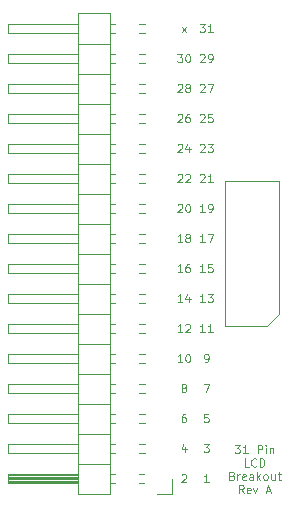
<source format=gbr>
%TF.GenerationSoftware,KiCad,Pcbnew,5.99.0-unknown-8eca23aabe~115~ubuntu20.04.1*%
%TF.CreationDate,2021-02-02T12:30:47+00:00*%
%TF.ProjectId,31pin_lcd_breakout,33317069-6e5f-46c6-9364-5f627265616b,rev?*%
%TF.SameCoordinates,Original*%
%TF.FileFunction,Legend,Top*%
%TF.FilePolarity,Positive*%
%FSLAX46Y46*%
G04 Gerber Fmt 4.6, Leading zero omitted, Abs format (unit mm)*
G04 Created by KiCad (PCBNEW 5.99.0-unknown-8eca23aabe~115~ubuntu20.04.1) date 2021-02-02 12:30:47*
%MOMM*%
%LPD*%
G01*
G04 APERTURE LIST*
%ADD10C,0.120000*%
G04 APERTURE END LIST*
D10*
X148691666Y-64453333D02*
X148725000Y-64420000D01*
X148791666Y-64386666D01*
X148958333Y-64386666D01*
X149025000Y-64420000D01*
X149058333Y-64453333D01*
X149091666Y-64520000D01*
X149091666Y-64586666D01*
X149058333Y-64686666D01*
X148658333Y-65086666D01*
X149091666Y-65086666D01*
X149691666Y-64386666D02*
X149558333Y-64386666D01*
X149491666Y-64420000D01*
X149458333Y-64453333D01*
X149391666Y-64553333D01*
X149358333Y-64686666D01*
X149358333Y-64953333D01*
X149391666Y-65020000D01*
X149425000Y-65053333D01*
X149491666Y-65086666D01*
X149625000Y-65086666D01*
X149691666Y-65053333D01*
X149725000Y-65020000D01*
X149758333Y-64953333D01*
X149758333Y-64786666D01*
X149725000Y-64720000D01*
X149691666Y-64686666D01*
X149625000Y-64653333D01*
X149491666Y-64653333D01*
X149425000Y-64686666D01*
X149391666Y-64720000D01*
X149358333Y-64786666D01*
X149025000Y-94933333D02*
X149058333Y-94900000D01*
X149125000Y-94866666D01*
X149291666Y-94866666D01*
X149358333Y-94900000D01*
X149391666Y-94933333D01*
X149425000Y-95000000D01*
X149425000Y-95066666D01*
X149391666Y-95166666D01*
X148991666Y-95566666D01*
X149425000Y-95566666D01*
X149358333Y-92560000D02*
X149358333Y-93026666D01*
X149191666Y-92293333D02*
X149025000Y-92793333D01*
X149458333Y-92793333D01*
X149091666Y-85406666D02*
X148691666Y-85406666D01*
X148891666Y-85406666D02*
X148891666Y-84706666D01*
X148825000Y-84806666D01*
X148758333Y-84873333D01*
X148691666Y-84906666D01*
X149525000Y-84706666D02*
X149591666Y-84706666D01*
X149658333Y-84740000D01*
X149691666Y-84773333D01*
X149725000Y-84840000D01*
X149758333Y-84973333D01*
X149758333Y-85140000D01*
X149725000Y-85273333D01*
X149691666Y-85340000D01*
X149658333Y-85373333D01*
X149591666Y-85406666D01*
X149525000Y-85406666D01*
X149458333Y-85373333D01*
X149425000Y-85340000D01*
X149391666Y-85273333D01*
X149358333Y-85140000D01*
X149358333Y-84973333D01*
X149391666Y-84840000D01*
X149425000Y-84773333D01*
X149458333Y-84740000D01*
X149525000Y-84706666D01*
X148691666Y-66993333D02*
X148725000Y-66960000D01*
X148791666Y-66926666D01*
X148958333Y-66926666D01*
X149025000Y-66960000D01*
X149058333Y-66993333D01*
X149091666Y-67060000D01*
X149091666Y-67126666D01*
X149058333Y-67226666D01*
X148658333Y-67626666D01*
X149091666Y-67626666D01*
X149691666Y-67160000D02*
X149691666Y-67626666D01*
X149525000Y-66893333D02*
X149358333Y-67393333D01*
X149791666Y-67393333D01*
X150596666Y-59373333D02*
X150630000Y-59340000D01*
X150696666Y-59306666D01*
X150863333Y-59306666D01*
X150930000Y-59340000D01*
X150963333Y-59373333D01*
X150996666Y-59440000D01*
X150996666Y-59506666D01*
X150963333Y-59606666D01*
X150563333Y-60006666D01*
X150996666Y-60006666D01*
X151330000Y-60006666D02*
X151463333Y-60006666D01*
X151530000Y-59973333D01*
X151563333Y-59940000D01*
X151630000Y-59840000D01*
X151663333Y-59706666D01*
X151663333Y-59440000D01*
X151630000Y-59373333D01*
X151596666Y-59340000D01*
X151530000Y-59306666D01*
X151396666Y-59306666D01*
X151330000Y-59340000D01*
X151296666Y-59373333D01*
X151263333Y-59440000D01*
X151263333Y-59606666D01*
X151296666Y-59673333D01*
X151330000Y-59706666D01*
X151396666Y-59740000D01*
X151530000Y-59740000D01*
X151596666Y-59706666D01*
X151630000Y-59673333D01*
X151663333Y-59606666D01*
X149158333Y-87546666D02*
X149091666Y-87513333D01*
X149058333Y-87480000D01*
X149025000Y-87413333D01*
X149025000Y-87380000D01*
X149058333Y-87313333D01*
X149091666Y-87280000D01*
X149158333Y-87246666D01*
X149291666Y-87246666D01*
X149358333Y-87280000D01*
X149391666Y-87313333D01*
X149425000Y-87380000D01*
X149425000Y-87413333D01*
X149391666Y-87480000D01*
X149358333Y-87513333D01*
X149291666Y-87546666D01*
X149158333Y-87546666D01*
X149091666Y-87580000D01*
X149058333Y-87613333D01*
X149025000Y-87680000D01*
X149025000Y-87813333D01*
X149058333Y-87880000D01*
X149091666Y-87913333D01*
X149158333Y-87946666D01*
X149291666Y-87946666D01*
X149358333Y-87913333D01*
X149391666Y-87880000D01*
X149425000Y-87813333D01*
X149425000Y-87680000D01*
X149391666Y-87613333D01*
X149358333Y-87580000D01*
X149291666Y-87546666D01*
X149358333Y-89786666D02*
X149225000Y-89786666D01*
X149158333Y-89820000D01*
X149125000Y-89853333D01*
X149058333Y-89953333D01*
X149025000Y-90086666D01*
X149025000Y-90353333D01*
X149058333Y-90420000D01*
X149091666Y-90453333D01*
X149158333Y-90486666D01*
X149291666Y-90486666D01*
X149358333Y-90453333D01*
X149391666Y-90420000D01*
X149425000Y-90353333D01*
X149425000Y-90186666D01*
X149391666Y-90120000D01*
X149358333Y-90086666D01*
X149291666Y-90053333D01*
X149158333Y-90053333D01*
X149091666Y-90086666D01*
X149058333Y-90120000D01*
X149025000Y-90186666D01*
X150996666Y-82866666D02*
X150596666Y-82866666D01*
X150796666Y-82866666D02*
X150796666Y-82166666D01*
X150730000Y-82266666D01*
X150663333Y-82333333D01*
X150596666Y-82366666D01*
X151663333Y-82866666D02*
X151263333Y-82866666D01*
X151463333Y-82866666D02*
X151463333Y-82166666D01*
X151396666Y-82266666D01*
X151330000Y-82333333D01*
X151263333Y-82366666D01*
X149091666Y-77786666D02*
X148691666Y-77786666D01*
X148891666Y-77786666D02*
X148891666Y-77086666D01*
X148825000Y-77186666D01*
X148758333Y-77253333D01*
X148691666Y-77286666D01*
X149691666Y-77086666D02*
X149558333Y-77086666D01*
X149491666Y-77120000D01*
X149458333Y-77153333D01*
X149391666Y-77253333D01*
X149358333Y-77386666D01*
X149358333Y-77653333D01*
X149391666Y-77720000D01*
X149425000Y-77753333D01*
X149491666Y-77786666D01*
X149625000Y-77786666D01*
X149691666Y-77753333D01*
X149725000Y-77720000D01*
X149758333Y-77653333D01*
X149758333Y-77486666D01*
X149725000Y-77420000D01*
X149691666Y-77386666D01*
X149625000Y-77353333D01*
X149491666Y-77353333D01*
X149425000Y-77386666D01*
X149391666Y-77420000D01*
X149358333Y-77486666D01*
X149091666Y-80326666D02*
X148691666Y-80326666D01*
X148891666Y-80326666D02*
X148891666Y-79626666D01*
X148825000Y-79726666D01*
X148758333Y-79793333D01*
X148691666Y-79826666D01*
X149691666Y-79860000D02*
X149691666Y-80326666D01*
X149525000Y-79593333D02*
X149358333Y-80093333D01*
X149791666Y-80093333D01*
X148691666Y-69533333D02*
X148725000Y-69500000D01*
X148791666Y-69466666D01*
X148958333Y-69466666D01*
X149025000Y-69500000D01*
X149058333Y-69533333D01*
X149091666Y-69600000D01*
X149091666Y-69666666D01*
X149058333Y-69766666D01*
X148658333Y-70166666D01*
X149091666Y-70166666D01*
X149358333Y-69533333D02*
X149391666Y-69500000D01*
X149458333Y-69466666D01*
X149625000Y-69466666D01*
X149691666Y-69500000D01*
X149725000Y-69533333D01*
X149758333Y-69600000D01*
X149758333Y-69666666D01*
X149725000Y-69766666D01*
X149325000Y-70166666D01*
X149758333Y-70166666D01*
X150996666Y-80326666D02*
X150596666Y-80326666D01*
X150796666Y-80326666D02*
X150796666Y-79626666D01*
X150730000Y-79726666D01*
X150663333Y-79793333D01*
X150596666Y-79826666D01*
X151230000Y-79626666D02*
X151663333Y-79626666D01*
X151430000Y-79893333D01*
X151530000Y-79893333D01*
X151596666Y-79926666D01*
X151630000Y-79960000D01*
X151663333Y-80026666D01*
X151663333Y-80193333D01*
X151630000Y-80260000D01*
X151596666Y-80293333D01*
X151530000Y-80326666D01*
X151330000Y-80326666D01*
X151263333Y-80293333D01*
X151230000Y-80260000D01*
X148691666Y-72073333D02*
X148725000Y-72040000D01*
X148791666Y-72006666D01*
X148958333Y-72006666D01*
X149025000Y-72040000D01*
X149058333Y-72073333D01*
X149091666Y-72140000D01*
X149091666Y-72206666D01*
X149058333Y-72306666D01*
X148658333Y-72706666D01*
X149091666Y-72706666D01*
X149525000Y-72006666D02*
X149591666Y-72006666D01*
X149658333Y-72040000D01*
X149691666Y-72073333D01*
X149725000Y-72140000D01*
X149758333Y-72273333D01*
X149758333Y-72440000D01*
X149725000Y-72573333D01*
X149691666Y-72640000D01*
X149658333Y-72673333D01*
X149591666Y-72706666D01*
X149525000Y-72706666D01*
X149458333Y-72673333D01*
X149425000Y-72640000D01*
X149391666Y-72573333D01*
X149358333Y-72440000D01*
X149358333Y-72273333D01*
X149391666Y-72140000D01*
X149425000Y-72073333D01*
X149458333Y-72040000D01*
X149525000Y-72006666D01*
X150996666Y-85406666D02*
X151130000Y-85406666D01*
X151196666Y-85373333D01*
X151230000Y-85340000D01*
X151296666Y-85240000D01*
X151330000Y-85106666D01*
X151330000Y-84840000D01*
X151296666Y-84773333D01*
X151263333Y-84740000D01*
X151196666Y-84706666D01*
X151063333Y-84706666D01*
X150996666Y-84740000D01*
X150963333Y-84773333D01*
X150930000Y-84840000D01*
X150930000Y-85006666D01*
X150963333Y-85073333D01*
X150996666Y-85106666D01*
X151063333Y-85140000D01*
X151196666Y-85140000D01*
X151263333Y-85106666D01*
X151296666Y-85073333D01*
X151330000Y-85006666D01*
X150596666Y-61913333D02*
X150630000Y-61880000D01*
X150696666Y-61846666D01*
X150863333Y-61846666D01*
X150930000Y-61880000D01*
X150963333Y-61913333D01*
X150996666Y-61980000D01*
X150996666Y-62046666D01*
X150963333Y-62146666D01*
X150563333Y-62546666D01*
X150996666Y-62546666D01*
X151230000Y-61846666D02*
X151696666Y-61846666D01*
X151396666Y-62546666D01*
X150996666Y-77786666D02*
X150596666Y-77786666D01*
X150796666Y-77786666D02*
X150796666Y-77086666D01*
X150730000Y-77186666D01*
X150663333Y-77253333D01*
X150596666Y-77286666D01*
X151630000Y-77086666D02*
X151296666Y-77086666D01*
X151263333Y-77420000D01*
X151296666Y-77386666D01*
X151363333Y-77353333D01*
X151530000Y-77353333D01*
X151596666Y-77386666D01*
X151630000Y-77420000D01*
X151663333Y-77486666D01*
X151663333Y-77653333D01*
X151630000Y-77720000D01*
X151596666Y-77753333D01*
X151530000Y-77786666D01*
X151363333Y-77786666D01*
X151296666Y-77753333D01*
X151263333Y-77720000D01*
X150596666Y-64453333D02*
X150630000Y-64420000D01*
X150696666Y-64386666D01*
X150863333Y-64386666D01*
X150930000Y-64420000D01*
X150963333Y-64453333D01*
X150996666Y-64520000D01*
X150996666Y-64586666D01*
X150963333Y-64686666D01*
X150563333Y-65086666D01*
X150996666Y-65086666D01*
X151630000Y-64386666D02*
X151296666Y-64386666D01*
X151263333Y-64720000D01*
X151296666Y-64686666D01*
X151363333Y-64653333D01*
X151530000Y-64653333D01*
X151596666Y-64686666D01*
X151630000Y-64720000D01*
X151663333Y-64786666D01*
X151663333Y-64953333D01*
X151630000Y-65020000D01*
X151596666Y-65053333D01*
X151530000Y-65086666D01*
X151363333Y-65086666D01*
X151296666Y-65053333D01*
X151263333Y-65020000D01*
X150896666Y-92326666D02*
X151330000Y-92326666D01*
X151096666Y-92593333D01*
X151196666Y-92593333D01*
X151263333Y-92626666D01*
X151296666Y-92660000D01*
X151330000Y-92726666D01*
X151330000Y-92893333D01*
X151296666Y-92960000D01*
X151263333Y-92993333D01*
X151196666Y-93026666D01*
X150996666Y-93026666D01*
X150930000Y-92993333D01*
X150896666Y-92960000D01*
X150996666Y-75246666D02*
X150596666Y-75246666D01*
X150796666Y-75246666D02*
X150796666Y-74546666D01*
X150730000Y-74646666D01*
X150663333Y-74713333D01*
X150596666Y-74746666D01*
X151230000Y-74546666D02*
X151696666Y-74546666D01*
X151396666Y-75246666D01*
X150563333Y-56766666D02*
X150996666Y-56766666D01*
X150763333Y-57033333D01*
X150863333Y-57033333D01*
X150930000Y-57066666D01*
X150963333Y-57100000D01*
X150996666Y-57166666D01*
X150996666Y-57333333D01*
X150963333Y-57400000D01*
X150930000Y-57433333D01*
X150863333Y-57466666D01*
X150663333Y-57466666D01*
X150596666Y-57433333D01*
X150563333Y-57400000D01*
X151663333Y-57466666D02*
X151263333Y-57466666D01*
X151463333Y-57466666D02*
X151463333Y-56766666D01*
X151396666Y-56866666D01*
X151330000Y-56933333D01*
X151263333Y-56966666D01*
X150896666Y-87246666D02*
X151363333Y-87246666D01*
X151063333Y-87946666D01*
X148691666Y-61913333D02*
X148725000Y-61880000D01*
X148791666Y-61846666D01*
X148958333Y-61846666D01*
X149025000Y-61880000D01*
X149058333Y-61913333D01*
X149091666Y-61980000D01*
X149091666Y-62046666D01*
X149058333Y-62146666D01*
X148658333Y-62546666D01*
X149091666Y-62546666D01*
X149491666Y-62146666D02*
X149425000Y-62113333D01*
X149391666Y-62080000D01*
X149358333Y-62013333D01*
X149358333Y-61980000D01*
X149391666Y-61913333D01*
X149425000Y-61880000D01*
X149491666Y-61846666D01*
X149625000Y-61846666D01*
X149691666Y-61880000D01*
X149725000Y-61913333D01*
X149758333Y-61980000D01*
X149758333Y-62013333D01*
X149725000Y-62080000D01*
X149691666Y-62113333D01*
X149625000Y-62146666D01*
X149491666Y-62146666D01*
X149425000Y-62180000D01*
X149391666Y-62213333D01*
X149358333Y-62280000D01*
X149358333Y-62413333D01*
X149391666Y-62480000D01*
X149425000Y-62513333D01*
X149491666Y-62546666D01*
X149625000Y-62546666D01*
X149691666Y-62513333D01*
X149725000Y-62480000D01*
X149758333Y-62413333D01*
X149758333Y-62280000D01*
X149725000Y-62213333D01*
X149691666Y-62180000D01*
X149625000Y-62146666D01*
X151330000Y-95566666D02*
X150930000Y-95566666D01*
X151130000Y-95566666D02*
X151130000Y-94866666D01*
X151063333Y-94966666D01*
X150996666Y-95033333D01*
X150930000Y-95066666D01*
X151296666Y-89786666D02*
X150963333Y-89786666D01*
X150930000Y-90120000D01*
X150963333Y-90086666D01*
X151030000Y-90053333D01*
X151196666Y-90053333D01*
X151263333Y-90086666D01*
X151296666Y-90120000D01*
X151330000Y-90186666D01*
X151330000Y-90353333D01*
X151296666Y-90420000D01*
X151263333Y-90453333D01*
X151196666Y-90486666D01*
X151030000Y-90486666D01*
X150963333Y-90453333D01*
X150930000Y-90420000D01*
X149091666Y-75246666D02*
X148691666Y-75246666D01*
X148891666Y-75246666D02*
X148891666Y-74546666D01*
X148825000Y-74646666D01*
X148758333Y-74713333D01*
X148691666Y-74746666D01*
X149491666Y-74846666D02*
X149425000Y-74813333D01*
X149391666Y-74780000D01*
X149358333Y-74713333D01*
X149358333Y-74680000D01*
X149391666Y-74613333D01*
X149425000Y-74580000D01*
X149491666Y-74546666D01*
X149625000Y-74546666D01*
X149691666Y-74580000D01*
X149725000Y-74613333D01*
X149758333Y-74680000D01*
X149758333Y-74713333D01*
X149725000Y-74780000D01*
X149691666Y-74813333D01*
X149625000Y-74846666D01*
X149491666Y-74846666D01*
X149425000Y-74880000D01*
X149391666Y-74913333D01*
X149358333Y-74980000D01*
X149358333Y-75113333D01*
X149391666Y-75180000D01*
X149425000Y-75213333D01*
X149491666Y-75246666D01*
X149625000Y-75246666D01*
X149691666Y-75213333D01*
X149725000Y-75180000D01*
X149758333Y-75113333D01*
X149758333Y-74980000D01*
X149725000Y-74913333D01*
X149691666Y-74880000D01*
X149625000Y-74846666D01*
X150596666Y-66993333D02*
X150630000Y-66960000D01*
X150696666Y-66926666D01*
X150863333Y-66926666D01*
X150930000Y-66960000D01*
X150963333Y-66993333D01*
X150996666Y-67060000D01*
X150996666Y-67126666D01*
X150963333Y-67226666D01*
X150563333Y-67626666D01*
X150996666Y-67626666D01*
X151230000Y-66926666D02*
X151663333Y-66926666D01*
X151430000Y-67193333D01*
X151530000Y-67193333D01*
X151596666Y-67226666D01*
X151630000Y-67260000D01*
X151663333Y-67326666D01*
X151663333Y-67493333D01*
X151630000Y-67560000D01*
X151596666Y-67593333D01*
X151530000Y-67626666D01*
X151330000Y-67626666D01*
X151263333Y-67593333D01*
X151230000Y-67560000D01*
X149091666Y-82866666D02*
X148691666Y-82866666D01*
X148891666Y-82866666D02*
X148891666Y-82166666D01*
X148825000Y-82266666D01*
X148758333Y-82333333D01*
X148691666Y-82366666D01*
X149358333Y-82233333D02*
X149391666Y-82200000D01*
X149458333Y-82166666D01*
X149625000Y-82166666D01*
X149691666Y-82200000D01*
X149725000Y-82233333D01*
X149758333Y-82300000D01*
X149758333Y-82366666D01*
X149725000Y-82466666D01*
X149325000Y-82866666D01*
X149758333Y-82866666D01*
X153527333Y-92414166D02*
X153960666Y-92414166D01*
X153727333Y-92680833D01*
X153827333Y-92680833D01*
X153894000Y-92714166D01*
X153927333Y-92747500D01*
X153960666Y-92814166D01*
X153960666Y-92980833D01*
X153927333Y-93047500D01*
X153894000Y-93080833D01*
X153827333Y-93114166D01*
X153627333Y-93114166D01*
X153560666Y-93080833D01*
X153527333Y-93047500D01*
X154627333Y-93114166D02*
X154227333Y-93114166D01*
X154427333Y-93114166D02*
X154427333Y-92414166D01*
X154360666Y-92514166D01*
X154294000Y-92580833D01*
X154227333Y-92614166D01*
X155460666Y-93114166D02*
X155460666Y-92414166D01*
X155727333Y-92414166D01*
X155794000Y-92447500D01*
X155827333Y-92480833D01*
X155860666Y-92547500D01*
X155860666Y-92647500D01*
X155827333Y-92714166D01*
X155794000Y-92747500D01*
X155727333Y-92780833D01*
X155460666Y-92780833D01*
X156160666Y-93114166D02*
X156160666Y-92647500D01*
X156160666Y-92414166D02*
X156127333Y-92447500D01*
X156160666Y-92480833D01*
X156194000Y-92447500D01*
X156160666Y-92414166D01*
X156160666Y-92480833D01*
X156494000Y-92647500D02*
X156494000Y-93114166D01*
X156494000Y-92714166D02*
X156527333Y-92680833D01*
X156594000Y-92647500D01*
X156694000Y-92647500D01*
X156760666Y-92680833D01*
X156794000Y-92747500D01*
X156794000Y-93114166D01*
X154710666Y-94241166D02*
X154377333Y-94241166D01*
X154377333Y-93541166D01*
X155344000Y-94174500D02*
X155310666Y-94207833D01*
X155210666Y-94241166D01*
X155144000Y-94241166D01*
X155044000Y-94207833D01*
X154977333Y-94141166D01*
X154944000Y-94074500D01*
X154910666Y-93941166D01*
X154910666Y-93841166D01*
X154944000Y-93707833D01*
X154977333Y-93641166D01*
X155044000Y-93574500D01*
X155144000Y-93541166D01*
X155210666Y-93541166D01*
X155310666Y-93574500D01*
X155344000Y-93607833D01*
X155644000Y-94241166D02*
X155644000Y-93541166D01*
X155810666Y-93541166D01*
X155910666Y-93574500D01*
X155977333Y-93641166D01*
X156010666Y-93707833D01*
X156044000Y-93841166D01*
X156044000Y-93941166D01*
X156010666Y-94074500D01*
X155977333Y-94141166D01*
X155910666Y-94207833D01*
X155810666Y-94241166D01*
X155644000Y-94241166D01*
X153294000Y-95001500D02*
X153394000Y-95034833D01*
X153427333Y-95068166D01*
X153460666Y-95134833D01*
X153460666Y-95234833D01*
X153427333Y-95301500D01*
X153394000Y-95334833D01*
X153327333Y-95368166D01*
X153060666Y-95368166D01*
X153060666Y-94668166D01*
X153294000Y-94668166D01*
X153360666Y-94701500D01*
X153394000Y-94734833D01*
X153427333Y-94801500D01*
X153427333Y-94868166D01*
X153394000Y-94934833D01*
X153360666Y-94968166D01*
X153294000Y-95001500D01*
X153060666Y-95001500D01*
X153760666Y-95368166D02*
X153760666Y-94901500D01*
X153760666Y-95034833D02*
X153794000Y-94968166D01*
X153827333Y-94934833D01*
X153894000Y-94901500D01*
X153960666Y-94901500D01*
X154460666Y-95334833D02*
X154394000Y-95368166D01*
X154260666Y-95368166D01*
X154194000Y-95334833D01*
X154160666Y-95268166D01*
X154160666Y-95001500D01*
X154194000Y-94934833D01*
X154260666Y-94901500D01*
X154394000Y-94901500D01*
X154460666Y-94934833D01*
X154494000Y-95001500D01*
X154494000Y-95068166D01*
X154160666Y-95134833D01*
X155094000Y-95368166D02*
X155094000Y-95001500D01*
X155060666Y-94934833D01*
X154994000Y-94901500D01*
X154860666Y-94901500D01*
X154794000Y-94934833D01*
X155094000Y-95334833D02*
X155027333Y-95368166D01*
X154860666Y-95368166D01*
X154794000Y-95334833D01*
X154760666Y-95268166D01*
X154760666Y-95201500D01*
X154794000Y-95134833D01*
X154860666Y-95101500D01*
X155027333Y-95101500D01*
X155094000Y-95068166D01*
X155427333Y-95368166D02*
X155427333Y-94668166D01*
X155494000Y-95101500D02*
X155694000Y-95368166D01*
X155694000Y-94901500D02*
X155427333Y-95168166D01*
X156094000Y-95368166D02*
X156027333Y-95334833D01*
X155994000Y-95301500D01*
X155960666Y-95234833D01*
X155960666Y-95034833D01*
X155994000Y-94968166D01*
X156027333Y-94934833D01*
X156094000Y-94901500D01*
X156194000Y-94901500D01*
X156260666Y-94934833D01*
X156294000Y-94968166D01*
X156327333Y-95034833D01*
X156327333Y-95234833D01*
X156294000Y-95301500D01*
X156260666Y-95334833D01*
X156194000Y-95368166D01*
X156094000Y-95368166D01*
X156927333Y-94901500D02*
X156927333Y-95368166D01*
X156627333Y-94901500D02*
X156627333Y-95268166D01*
X156660666Y-95334833D01*
X156727333Y-95368166D01*
X156827333Y-95368166D01*
X156894000Y-95334833D01*
X156927333Y-95301500D01*
X157160666Y-94901500D02*
X157427333Y-94901500D01*
X157260666Y-94668166D02*
X157260666Y-95268166D01*
X157294000Y-95334833D01*
X157360666Y-95368166D01*
X157427333Y-95368166D01*
X154277333Y-96495166D02*
X154044000Y-96161833D01*
X153877333Y-96495166D02*
X153877333Y-95795166D01*
X154144000Y-95795166D01*
X154210666Y-95828500D01*
X154244000Y-95861833D01*
X154277333Y-95928500D01*
X154277333Y-96028500D01*
X154244000Y-96095166D01*
X154210666Y-96128500D01*
X154144000Y-96161833D01*
X153877333Y-96161833D01*
X154844000Y-96461833D02*
X154777333Y-96495166D01*
X154644000Y-96495166D01*
X154577333Y-96461833D01*
X154544000Y-96395166D01*
X154544000Y-96128500D01*
X154577333Y-96061833D01*
X154644000Y-96028500D01*
X154777333Y-96028500D01*
X154844000Y-96061833D01*
X154877333Y-96128500D01*
X154877333Y-96195166D01*
X154544000Y-96261833D01*
X155110666Y-96028500D02*
X155277333Y-96495166D01*
X155444000Y-96028500D01*
X156210666Y-96295166D02*
X156544000Y-96295166D01*
X156144000Y-96495166D02*
X156377333Y-95795166D01*
X156610666Y-96495166D01*
X149041666Y-57466666D02*
X149408333Y-57000000D01*
X149041666Y-57000000D02*
X149408333Y-57466666D01*
X150596666Y-69533333D02*
X150630000Y-69500000D01*
X150696666Y-69466666D01*
X150863333Y-69466666D01*
X150930000Y-69500000D01*
X150963333Y-69533333D01*
X150996666Y-69600000D01*
X150996666Y-69666666D01*
X150963333Y-69766666D01*
X150563333Y-70166666D01*
X150996666Y-70166666D01*
X151663333Y-70166666D02*
X151263333Y-70166666D01*
X151463333Y-70166666D02*
X151463333Y-69466666D01*
X151396666Y-69566666D01*
X151330000Y-69633333D01*
X151263333Y-69666666D01*
X148658333Y-59306666D02*
X149091666Y-59306666D01*
X148858333Y-59573333D01*
X148958333Y-59573333D01*
X149025000Y-59606666D01*
X149058333Y-59640000D01*
X149091666Y-59706666D01*
X149091666Y-59873333D01*
X149058333Y-59940000D01*
X149025000Y-59973333D01*
X148958333Y-60006666D01*
X148758333Y-60006666D01*
X148691666Y-59973333D01*
X148658333Y-59940000D01*
X149525000Y-59306666D02*
X149591666Y-59306666D01*
X149658333Y-59340000D01*
X149691666Y-59373333D01*
X149725000Y-59440000D01*
X149758333Y-59573333D01*
X149758333Y-59740000D01*
X149725000Y-59873333D01*
X149691666Y-59940000D01*
X149658333Y-59973333D01*
X149591666Y-60006666D01*
X149525000Y-60006666D01*
X149458333Y-59973333D01*
X149425000Y-59940000D01*
X149391666Y-59873333D01*
X149358333Y-59740000D01*
X149358333Y-59573333D01*
X149391666Y-59440000D01*
X149425000Y-59373333D01*
X149458333Y-59340000D01*
X149525000Y-59306666D01*
X150996666Y-72706666D02*
X150596666Y-72706666D01*
X150796666Y-72706666D02*
X150796666Y-72006666D01*
X150730000Y-72106666D01*
X150663333Y-72173333D01*
X150596666Y-72206666D01*
X151330000Y-72706666D02*
X151463333Y-72706666D01*
X151530000Y-72673333D01*
X151563333Y-72640000D01*
X151630000Y-72540000D01*
X151663333Y-72406666D01*
X151663333Y-72140000D01*
X151630000Y-72073333D01*
X151596666Y-72040000D01*
X151530000Y-72006666D01*
X151396666Y-72006666D01*
X151330000Y-72040000D01*
X151296666Y-72073333D01*
X151263333Y-72140000D01*
X151263333Y-72306666D01*
X151296666Y-72373333D01*
X151330000Y-72406666D01*
X151396666Y-72440000D01*
X151530000Y-72440000D01*
X151596666Y-72406666D01*
X151630000Y-72373333D01*
X151663333Y-72306666D01*
%TO.C,J1*%
X143356071Y-72770000D02*
X142959000Y-72770000D01*
X145829000Y-94870000D02*
X145441929Y-94870000D01*
X145896071Y-61850000D02*
X145441929Y-61850000D01*
X140299000Y-65150000D02*
X134299000Y-65150000D01*
X145896071Y-72770000D02*
X145441929Y-72770000D01*
X143356071Y-67690000D02*
X142959000Y-67690000D01*
X143356071Y-72010000D02*
X142959000Y-72010000D01*
X143356071Y-88010000D02*
X142959000Y-88010000D01*
X145896071Y-66930000D02*
X145441929Y-66930000D01*
X134299000Y-88010000D02*
X134299000Y-87250000D01*
X145896071Y-62610000D02*
X145441929Y-62610000D01*
X140299000Y-72770000D02*
X134299000Y-72770000D01*
X143356071Y-82930000D02*
X142959000Y-82930000D01*
X143356071Y-69470000D02*
X142959000Y-69470000D01*
X140299000Y-67690000D02*
X134299000Y-67690000D01*
X134299000Y-93090000D02*
X134299000Y-92330000D01*
X140299000Y-94970000D02*
X134299000Y-94970000D01*
X145896071Y-59310000D02*
X145441929Y-59310000D01*
X140299000Y-55820000D02*
X140299000Y-96580000D01*
X134299000Y-59310000D02*
X140299000Y-59310000D01*
X142959000Y-81280000D02*
X140299000Y-81280000D01*
X134299000Y-66930000D02*
X140299000Y-66930000D01*
X143356071Y-92330000D02*
X142959000Y-92330000D01*
X134299000Y-92330000D02*
X140299000Y-92330000D01*
X134299000Y-64390000D02*
X140299000Y-64390000D01*
X134299000Y-56770000D02*
X140299000Y-56770000D01*
X140299000Y-93090000D02*
X134299000Y-93090000D01*
X145896071Y-77850000D02*
X145441929Y-77850000D01*
X142959000Y-93980000D02*
X140299000Y-93980000D01*
X134299000Y-70230000D02*
X134299000Y-69470000D01*
X143356071Y-60070000D02*
X142959000Y-60070000D01*
X143356071Y-62610000D02*
X142959000Y-62610000D01*
X145896071Y-56770000D02*
X145441929Y-56770000D01*
X143356071Y-80390000D02*
X142959000Y-80390000D01*
X143356071Y-75310000D02*
X142959000Y-75310000D01*
X142959000Y-55820000D02*
X140299000Y-55820000D01*
X140299000Y-75310000D02*
X134299000Y-75310000D01*
X145896071Y-72010000D02*
X145441929Y-72010000D01*
X142959000Y-71120000D02*
X140299000Y-71120000D01*
X145829000Y-95630000D02*
X145441929Y-95630000D01*
X134299000Y-60070000D02*
X134299000Y-59310000D01*
X142959000Y-60960000D02*
X140299000Y-60960000D01*
X143356071Y-65150000D02*
X142959000Y-65150000D01*
X142959000Y-91440000D02*
X140299000Y-91440000D01*
X140299000Y-95330000D02*
X134299000Y-95330000D01*
X143356071Y-70230000D02*
X142959000Y-70230000D01*
X143356071Y-90550000D02*
X142959000Y-90550000D01*
X134299000Y-89790000D02*
X140299000Y-89790000D01*
X143356071Y-56770000D02*
X142959000Y-56770000D01*
X145896071Y-85470000D02*
X145441929Y-85470000D01*
X134299000Y-94870000D02*
X140299000Y-94870000D01*
X143356071Y-79630000D02*
X142959000Y-79630000D01*
X145896071Y-82170000D02*
X145441929Y-82170000D01*
X134299000Y-75310000D02*
X134299000Y-74550000D01*
X140299000Y-96580000D02*
X142959000Y-96580000D01*
X142959000Y-58420000D02*
X140299000Y-58420000D01*
X134299000Y-67690000D02*
X134299000Y-66930000D01*
X142959000Y-78740000D02*
X140299000Y-78740000D01*
X140299000Y-88010000D02*
X134299000Y-88010000D01*
X148209000Y-95250000D02*
X148209000Y-96520000D01*
X140299000Y-90550000D02*
X134299000Y-90550000D01*
X145896071Y-87250000D02*
X145441929Y-87250000D01*
X134299000Y-95630000D02*
X134299000Y-94870000D01*
X140299000Y-62610000D02*
X134299000Y-62610000D01*
X142959000Y-88900000D02*
X140299000Y-88900000D01*
X145896071Y-75310000D02*
X145441929Y-75310000D01*
X145896071Y-65150000D02*
X145441929Y-65150000D01*
X134299000Y-90550000D02*
X134299000Y-89790000D01*
X145896071Y-84710000D02*
X145441929Y-84710000D01*
X140299000Y-77850000D02*
X134299000Y-77850000D01*
X148209000Y-96520000D02*
X146939000Y-96520000D01*
X142959000Y-96580000D02*
X142959000Y-55820000D01*
X134299000Y-82170000D02*
X140299000Y-82170000D01*
X134299000Y-79630000D02*
X140299000Y-79630000D01*
X142959000Y-63500000D02*
X140299000Y-63500000D01*
X143356071Y-66930000D02*
X142959000Y-66930000D01*
X134299000Y-57530000D02*
X134299000Y-56770000D01*
X134299000Y-77090000D02*
X140299000Y-77090000D01*
X140299000Y-60070000D02*
X134299000Y-60070000D01*
X145896071Y-88010000D02*
X145441929Y-88010000D01*
X142959000Y-83820000D02*
X140299000Y-83820000D01*
X140299000Y-95090000D02*
X134299000Y-95090000D01*
X145896071Y-67690000D02*
X145441929Y-67690000D01*
X134299000Y-80390000D02*
X134299000Y-79630000D01*
X134299000Y-72770000D02*
X134299000Y-72010000D01*
X143356071Y-61850000D02*
X142959000Y-61850000D01*
X143356071Y-89790000D02*
X142959000Y-89790000D01*
X142959000Y-76200000D02*
X140299000Y-76200000D01*
X142959000Y-68580000D02*
X140299000Y-68580000D01*
X145896071Y-90550000D02*
X145441929Y-90550000D01*
X134299000Y-82930000D02*
X134299000Y-82170000D01*
X134299000Y-72010000D02*
X140299000Y-72010000D01*
X145896071Y-80390000D02*
X145441929Y-80390000D01*
X143356071Y-74550000D02*
X142959000Y-74550000D01*
X145896071Y-79630000D02*
X145441929Y-79630000D01*
X145896071Y-74550000D02*
X145441929Y-74550000D01*
X134299000Y-77850000D02*
X134299000Y-77090000D01*
X145896071Y-57530000D02*
X145441929Y-57530000D01*
X134299000Y-69470000D02*
X140299000Y-69470000D01*
X140299000Y-82930000D02*
X134299000Y-82930000D01*
X143356071Y-77850000D02*
X142959000Y-77850000D01*
X134299000Y-61850000D02*
X140299000Y-61850000D01*
X145896071Y-89790000D02*
X145441929Y-89790000D01*
X140299000Y-95570000D02*
X134299000Y-95570000D01*
X143356071Y-85470000D02*
X142959000Y-85470000D01*
X143356071Y-82170000D02*
X142959000Y-82170000D01*
X143356071Y-93090000D02*
X142959000Y-93090000D01*
X143356071Y-87250000D02*
X142959000Y-87250000D01*
X143356071Y-57530000D02*
X142959000Y-57530000D01*
X145896071Y-69470000D02*
X145441929Y-69470000D01*
X140299000Y-95450000D02*
X134299000Y-95450000D01*
X134299000Y-65150000D02*
X134299000Y-64390000D01*
X143356071Y-94870000D02*
X142959000Y-94870000D01*
X145896071Y-93090000D02*
X145441929Y-93090000D01*
X145896071Y-77090000D02*
X145441929Y-77090000D01*
X140299000Y-70230000D02*
X134299000Y-70230000D01*
X140299000Y-80390000D02*
X134299000Y-80390000D01*
X134299000Y-87250000D02*
X140299000Y-87250000D01*
X145896071Y-60070000D02*
X145441929Y-60070000D01*
X142959000Y-66040000D02*
X140299000Y-66040000D01*
X145896071Y-92330000D02*
X145441929Y-92330000D01*
X142959000Y-73660000D02*
X140299000Y-73660000D01*
X143356071Y-95630000D02*
X142959000Y-95630000D01*
X143356071Y-84710000D02*
X142959000Y-84710000D01*
X143356071Y-77090000D02*
X142959000Y-77090000D01*
X140299000Y-57530000D02*
X134299000Y-57530000D01*
X134299000Y-74550000D02*
X140299000Y-74550000D01*
X145896071Y-64390000D02*
X145441929Y-64390000D01*
X140299000Y-95630000D02*
X134299000Y-95630000D01*
X142959000Y-86360000D02*
X140299000Y-86360000D01*
X143356071Y-59310000D02*
X142959000Y-59310000D01*
X140299000Y-85470000D02*
X134299000Y-85470000D01*
X134299000Y-62610000D02*
X134299000Y-61850000D01*
X145896071Y-70230000D02*
X145441929Y-70230000D01*
X140299000Y-95210000D02*
X134299000Y-95210000D01*
X134299000Y-85470000D02*
X134299000Y-84710000D01*
X134299000Y-84710000D02*
X140299000Y-84710000D01*
X145896071Y-82930000D02*
X145441929Y-82930000D01*
X143356071Y-64390000D02*
X142959000Y-64390000D01*
%TO.C,J2*%
X152700000Y-82350000D02*
X152700000Y-70050000D01*
X152700000Y-70050000D02*
X157300000Y-70050000D01*
X157300000Y-81350000D02*
X156300000Y-82350000D01*
X157300000Y-70050000D02*
X157300000Y-81350000D01*
X156300000Y-82350000D02*
X152700000Y-82350000D01*
%TD*%
M02*

</source>
